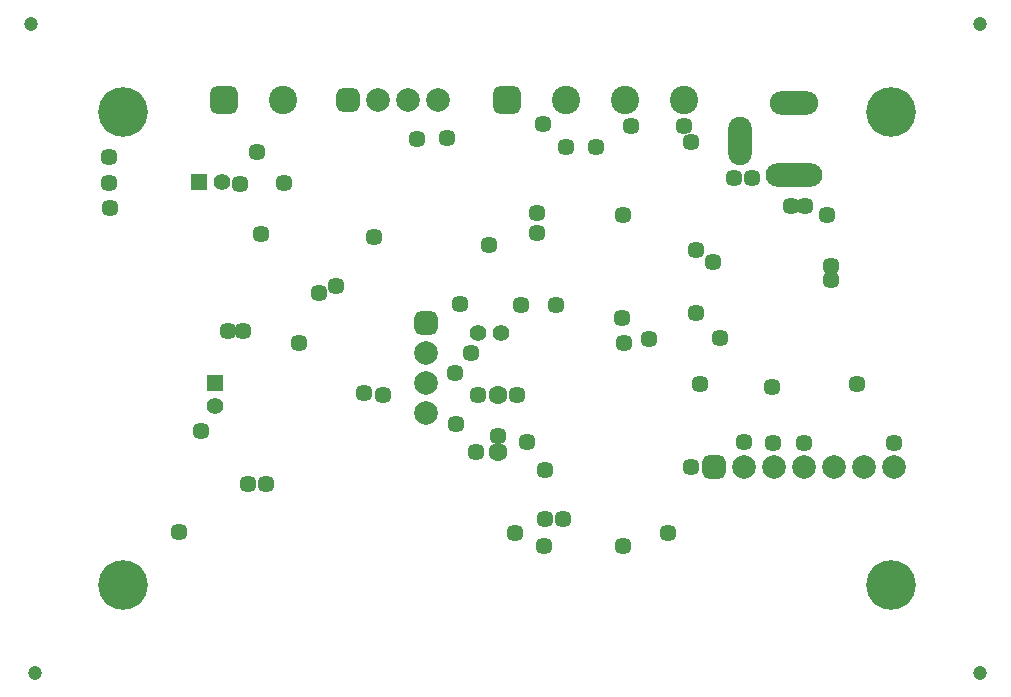
<source format=gbs>
G04*
G04 #@! TF.GenerationSoftware,Altium Limited,Altium Designer,18.1.1 (9)*
G04*
G04 Layer_Color=16711935*
%FSLAX42Y42*%
%MOMM*%
G71*
G01*
G75*
%ADD30C,1.20*%
%ADD31C,1.60*%
%ADD32C,2.40*%
G04:AMPARAMS|DCode=33|XSize=2.4mm|YSize=2.4mm|CornerRadius=0.65mm|HoleSize=0mm|Usage=FLASHONLY|Rotation=0.000|XOffset=0mm|YOffset=0mm|HoleType=Round|Shape=RoundedRectangle|*
%AMROUNDEDRECTD33*
21,1,2.40,1.10,0,0,0.0*
21,1,1.10,2.40,0,0,0.0*
1,1,1.30,0.55,-0.55*
1,1,1.30,-0.55,-0.55*
1,1,1.30,-0.55,0.55*
1,1,1.30,0.55,0.55*
%
%ADD33ROUNDEDRECTD33*%
%ADD34C,2.00*%
G04:AMPARAMS|DCode=35|XSize=2mm|YSize=2mm|CornerRadius=0.55mm|HoleSize=0mm|Usage=FLASHONLY|Rotation=0.000|XOffset=0mm|YOffset=0mm|HoleType=Round|Shape=RoundedRectangle|*
%AMROUNDEDRECTD35*
21,1,2.00,0.90,0,0,0.0*
21,1,0.90,2.00,0,0,0.0*
1,1,1.10,0.45,-0.45*
1,1,1.10,-0.45,-0.45*
1,1,1.10,-0.45,0.45*
1,1,1.10,0.45,0.45*
%
%ADD35ROUNDEDRECTD35*%
G04:AMPARAMS|DCode=36|XSize=2mm|YSize=2mm|CornerRadius=0.55mm|HoleSize=0mm|Usage=FLASHONLY|Rotation=270.000|XOffset=0mm|YOffset=0mm|HoleType=Round|Shape=RoundedRectangle|*
%AMROUNDEDRECTD36*
21,1,2.00,0.90,0,0,270.0*
21,1,0.90,2.00,0,0,270.0*
1,1,1.10,-0.45,-0.45*
1,1,1.10,-0.45,0.45*
1,1,1.10,0.45,0.45*
1,1,1.10,0.45,-0.45*
%
%ADD36ROUNDEDRECTD36*%
%ADD37O,4.80X2.00*%
%ADD38O,2.00X4.10*%
%ADD39O,4.10X2.00*%
%ADD40C,1.40*%
%ADD41R,1.40X1.40*%
%ADD42R,1.40X1.40*%
%ADD43C,4.20*%
%ADD44C,1.20*%
%ADD45C,1.45*%
D30*
X7750Y-250D02*
D03*
X-250D02*
D03*
X7750Y5250D02*
D03*
X-280D02*
D03*
D31*
X3670Y2108D02*
D03*
Y1620D02*
D03*
D32*
X1850Y4600D02*
D03*
X5250D02*
D03*
X4750D02*
D03*
X4250D02*
D03*
D33*
X1350D02*
D03*
X3750D02*
D03*
D34*
X7024Y1500D02*
D03*
X6770D02*
D03*
X6516D02*
D03*
X6262D02*
D03*
X6008D02*
D03*
X5754D02*
D03*
X2654Y4600D02*
D03*
X2908D02*
D03*
X3162D02*
D03*
X3060Y2458D02*
D03*
Y2204D02*
D03*
Y1950D02*
D03*
D35*
X5500Y1500D02*
D03*
X2400Y4600D02*
D03*
D36*
X3060Y2712D02*
D03*
D37*
X6175Y3970D02*
D03*
D38*
X5725Y4260D02*
D03*
D39*
X6175Y4575D02*
D03*
D40*
X1340Y3910D02*
D03*
X1280Y2010D02*
D03*
X3700Y2630D02*
D03*
X3500D02*
D03*
D41*
X1140Y3910D02*
D03*
D42*
X1280Y2210D02*
D03*
D43*
X7000Y500D02*
D03*
X500D02*
D03*
X7000Y4500D02*
D03*
X500D02*
D03*
D44*
X5725Y4180D02*
D03*
Y4340D02*
D03*
X6255Y4575D02*
D03*
X6095D02*
D03*
X6255Y3970D02*
D03*
X6095D02*
D03*
D45*
X2700Y2110D02*
D03*
X390Y3690D02*
D03*
X380Y3900D02*
D03*
Y4120D02*
D03*
X7024Y1700D02*
D03*
X6262D02*
D03*
X5754Y1710D02*
D03*
X6000Y1700D02*
D03*
X3600Y3380D02*
D03*
X1160Y1800D02*
D03*
X3500Y2110D02*
D03*
X3490Y1620D02*
D03*
X3670Y1760D02*
D03*
X3830Y2110D02*
D03*
X5310Y1500D02*
D03*
X1491Y3892D02*
D03*
X3240Y4280D02*
D03*
X2984Y4270D02*
D03*
X3310Y2290D02*
D03*
X3440Y2460D02*
D03*
X5250Y4380D02*
D03*
X5310Y4250D02*
D03*
X4800Y4380D02*
D03*
X4050Y4400D02*
D03*
X5820Y3940D02*
D03*
X5670D02*
D03*
X4720Y2760D02*
D03*
X3920Y1710D02*
D03*
X2620Y3440D02*
D03*
X6490Y3200D02*
D03*
Y3077D02*
D03*
X4730Y3630D02*
D03*
X2300Y3030D02*
D03*
X2541Y2120D02*
D03*
X6460Y3630D02*
D03*
X6270Y3710D02*
D03*
X6150D02*
D03*
X3870Y2870D02*
D03*
X3350Y2880D02*
D03*
X1630Y4160D02*
D03*
X4070Y1060D02*
D03*
X4220D02*
D03*
X4730Y830D02*
D03*
X4060D02*
D03*
X1859Y3899D02*
D03*
X1670Y3470D02*
D03*
X970Y950D02*
D03*
X1710Y1350D02*
D03*
X1560D02*
D03*
X5990Y2170D02*
D03*
X5550Y2590D02*
D03*
X5350Y2800D02*
D03*
Y3330D02*
D03*
X5490Y3230D02*
D03*
X1510Y2650D02*
D03*
X1390D02*
D03*
X1990Y2550D02*
D03*
X5110Y940D02*
D03*
X3820D02*
D03*
X2159Y2969D02*
D03*
X3320Y1864D02*
D03*
X4000Y3650D02*
D03*
X4005Y3475D02*
D03*
X4160Y2870D02*
D03*
X4740Y2550D02*
D03*
X6710Y2200D02*
D03*
X5380D02*
D03*
X4070Y1470D02*
D03*
X4950Y2580D02*
D03*
X4250Y4210D02*
D03*
X4500D02*
D03*
M02*

</source>
